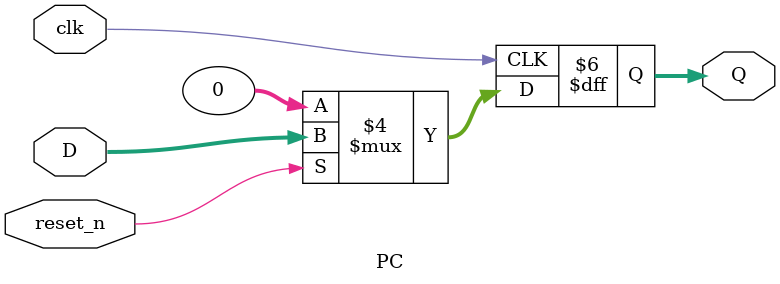
<source format=v>
module PC(clk, reset_n, D, Q);
	input clk, reset_n;
	input [31:0] D;
	output reg [31:0] Q;

	always @(posedge clk) begin
		if(!reset_n)
			Q <= 0;
		else
			Q <= D;
	end
endmodule
</source>
